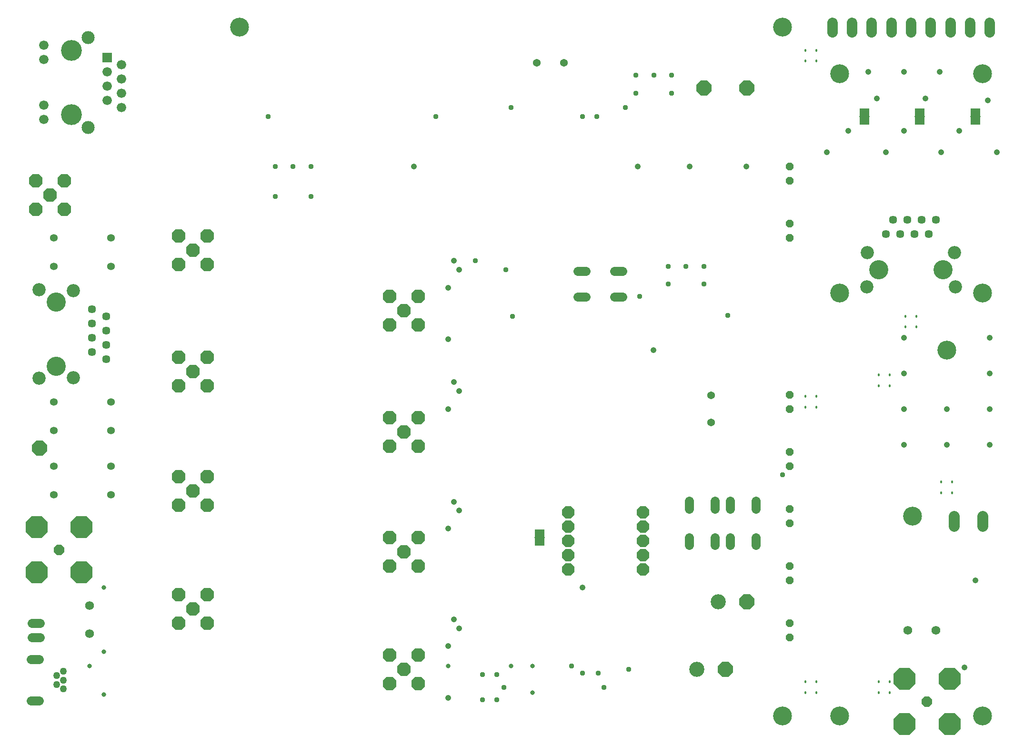
<source format=gbr>
G04 EAGLE Gerber RS-274X export*
G75*
%MOMM*%
%FSLAX34Y34*%
%LPD*%
%INSoldermask Bottom*%
%IPPOS*%
%AMOC8*
5,1,8,0,0,1.08239X$1,22.5*%
G01*
%ADD10C,3.352400*%
%ADD11C,0.457200*%
%ADD12C,1.358800*%
%ADD13C,2.336800*%
%ADD14C,1.447800*%
%ADD15C,3.403600*%
%ADD16P,2.011947X8X22.500000*%
%ADD17P,4.288862X8X22.500000*%
%ADD18P,2.639300X8X22.500000*%
%ADD19C,1.676400*%
%ADD20C,2.311400*%
%ADD21R,1.676400X1.676400*%
%ADD22C,3.708400*%
%ADD23C,1.371600*%
%ADD24P,2.914227X8X202.500000*%
%ADD25C,1.574800*%
%ADD26C,1.258800*%
%ADD27P,1.484606X8X292.500000*%
%ADD28P,2.364373X8X292.500000*%
%ADD29P,2.011947X8X292.500000*%
%ADD30P,4.288862X8X292.500000*%
%ADD31C,1.955800*%
%ADD32C,1.852400*%
%ADD33R,1.752600X1.320800*%
%ADD34R,1.828800X0.152400*%
%ADD35C,2.692400*%
%ADD36P,2.914227X8X22.500000*%
%ADD37C,1.574800*%
%ADD38C,0.957200*%
%ADD39C,0.807200*%
%ADD40C,1.057200*%
%ADD41C,1.066800*%


D10*
X1346200Y1263650D03*
X1346200Y38100D03*
X381000Y1263650D03*
X1577975Y393700D03*
X1701800Y38100D03*
X1701800Y790575D03*
X1447800Y790575D03*
X1701800Y1181100D03*
X1447800Y1181100D03*
D11*
X1565275Y749300D03*
X1584325Y749300D03*
X1584325Y730250D03*
X1565275Y730250D03*
X1387475Y606425D03*
X1387475Y587375D03*
X1406525Y587375D03*
X1406525Y606425D03*
X1628775Y434975D03*
X1647825Y434975D03*
X1647825Y454025D03*
X1628775Y454025D03*
X1387475Y98425D03*
X1387475Y79375D03*
X1406525Y79375D03*
X1406525Y98425D03*
X1517650Y98425D03*
X1517650Y79375D03*
X1536700Y79375D03*
X1536700Y98425D03*
X1387475Y1222375D03*
X1387475Y1203325D03*
X1406525Y1203325D03*
X1406525Y1222375D03*
D10*
X1638300Y688975D03*
D11*
X1536700Y644525D03*
X1517650Y644525D03*
X1517650Y625475D03*
X1536700Y625475D03*
D10*
X1447800Y38100D03*
D12*
X152400Y889000D03*
X50800Y889000D03*
X152400Y838200D03*
X50800Y838200D03*
X152400Y596900D03*
X50800Y596900D03*
X152400Y546100D03*
X50800Y546100D03*
X152400Y482600D03*
X50800Y482600D03*
X152400Y431800D03*
X50800Y431800D03*
D13*
X25083Y796290D03*
X25083Y638810D03*
D14*
X144463Y698500D03*
X119063Y711200D03*
X144463Y723900D03*
X119063Y736600D03*
X144463Y749300D03*
X119063Y762000D03*
X119063Y685800D03*
X144463Y673100D03*
D15*
X55563Y774700D03*
X55563Y660400D03*
D16*
X60325Y333375D03*
D17*
X100410Y373460D03*
X20240Y373460D03*
X20240Y293290D03*
X100410Y293290D03*
D18*
X273050Y841375D03*
X323850Y841375D03*
X298450Y866775D03*
X273050Y892175D03*
X323850Y892175D03*
X273050Y625475D03*
X323850Y625475D03*
X298450Y650875D03*
X273050Y676275D03*
X323850Y676275D03*
X273050Y412750D03*
X323850Y412750D03*
X298450Y438150D03*
X273050Y463550D03*
X323850Y463550D03*
X273050Y203200D03*
X323850Y203200D03*
X298450Y228600D03*
X273050Y254000D03*
X323850Y254000D03*
X647700Y733425D03*
X698500Y733425D03*
X673100Y758825D03*
X647700Y784225D03*
X698500Y784225D03*
X647700Y517525D03*
X698500Y517525D03*
X673100Y542925D03*
X647700Y568325D03*
X698500Y568325D03*
X647700Y304800D03*
X698500Y304800D03*
X673100Y330200D03*
X647700Y355600D03*
X698500Y355600D03*
X647700Y95250D03*
X698500Y95250D03*
X673100Y120650D03*
X647700Y146050D03*
X698500Y146050D03*
D19*
X33020Y1231265D03*
X33020Y1205865D03*
X171450Y1120775D03*
X146050Y1133475D03*
X171450Y1171575D03*
X146050Y1158875D03*
X146050Y1184275D03*
X171450Y1146175D03*
D20*
X111760Y1085215D03*
X111760Y1245235D03*
D21*
X146050Y1209675D03*
D19*
X171450Y1196975D03*
X33020Y1099185D03*
X33020Y1124585D03*
D22*
X82550Y1222375D03*
X82550Y1108075D03*
D23*
X909320Y1200150D03*
X957580Y1200150D03*
D18*
X19050Y939800D03*
X69850Y939800D03*
X44450Y965200D03*
X19050Y990600D03*
X69850Y990600D03*
D24*
X1282700Y1155700D03*
X1206500Y1155700D03*
D25*
X24550Y138100D02*
X10326Y138100D01*
X10326Y65100D02*
X24550Y65100D01*
D26*
X55938Y93600D03*
X67938Y101600D03*
X67938Y117600D03*
X67938Y85600D03*
X55938Y109600D03*
D27*
X1358900Y203200D03*
X1358900Y177800D03*
X1358900Y304800D03*
X1358900Y279400D03*
X1358900Y406400D03*
X1358900Y381000D03*
X1358900Y508000D03*
X1358900Y482600D03*
X1358900Y609600D03*
X1358900Y584200D03*
D23*
X1219200Y560070D03*
X1219200Y608330D03*
D25*
X1253744Y355600D02*
X1253744Y341376D01*
X1298956Y341376D02*
X1298956Y355600D01*
X1253744Y406400D02*
X1253744Y420624D01*
X1298956Y420624D02*
X1298956Y406400D01*
D27*
X1358900Y914400D03*
X1358900Y889000D03*
X1358900Y1016000D03*
X1358900Y990600D03*
D28*
X1098550Y374650D03*
X1098550Y400050D03*
X1098550Y349250D03*
X1098550Y323850D03*
X1098550Y298450D03*
D25*
X1061974Y783844D02*
X1047750Y783844D01*
X1047750Y829056D02*
X1061974Y829056D01*
X996950Y783844D02*
X982726Y783844D01*
X982726Y829056D02*
X996950Y829056D01*
X1225931Y420624D02*
X1225931Y406400D01*
X1180719Y406400D02*
X1180719Y420624D01*
X1225931Y355600D02*
X1225931Y341376D01*
X1180719Y341376D02*
X1180719Y355600D01*
D29*
X1603375Y63500D03*
D30*
X1643460Y23415D03*
X1643460Y103585D03*
X1563290Y103585D03*
X1563290Y23415D03*
D31*
X1651000Y375158D02*
X1651000Y393192D01*
X1701800Y393192D02*
X1701800Y375158D01*
D13*
X1496060Y801370D03*
X1653540Y801370D03*
D14*
X1593850Y920750D03*
X1581150Y895350D03*
X1568450Y920750D03*
X1555750Y895350D03*
X1543050Y920750D03*
X1530350Y895350D03*
X1606550Y895350D03*
X1619250Y920750D03*
D15*
X1517650Y831850D03*
X1631950Y831850D03*
D32*
X1435075Y1254150D02*
X1435075Y1271150D01*
X1470075Y1271150D02*
X1470075Y1254150D01*
X1505075Y1254150D02*
X1505075Y1271150D01*
X1540075Y1271150D02*
X1540075Y1254150D01*
X1575075Y1254150D02*
X1575075Y1271150D01*
X1610075Y1271150D02*
X1610075Y1254150D01*
X1645075Y1254150D02*
X1645075Y1271150D01*
X1680075Y1271150D02*
X1680075Y1254150D01*
X1715075Y1254150D02*
X1715075Y1271150D01*
D33*
X1590675Y1097280D03*
X1590675Y1112520D03*
D34*
X1590675Y1104900D03*
D33*
X1492250Y1097280D03*
X1492250Y1112520D03*
D34*
X1492250Y1104900D03*
D33*
X1689100Y1097280D03*
X1689100Y1112520D03*
D34*
X1689100Y1104900D03*
D28*
X965200Y374650D03*
X965200Y400050D03*
X965200Y349250D03*
X965200Y323850D03*
X965200Y298450D03*
D25*
X26162Y203200D02*
X11938Y203200D01*
X11938Y177800D02*
X26162Y177800D01*
D33*
X914400Y347980D03*
X914400Y363220D03*
D34*
X914400Y355600D03*
D35*
X1231900Y241300D03*
D36*
X1282700Y241300D03*
D35*
X1193800Y120650D03*
D36*
X1244600Y120650D03*
D37*
X114300Y184550D03*
X114300Y234550D03*
X1618850Y190500D03*
X1568850Y190500D03*
D38*
X1206500Y806450D03*
X1143000Y806450D03*
X1206500Y838200D03*
X1143000Y838200D03*
X1174750Y838200D03*
X812800Y111125D03*
X850900Y88900D03*
X838200Y111125D03*
X990600Y114300D03*
X971550Y127000D03*
X1073150Y120650D03*
X1019175Y114300D03*
D36*
X25400Y514350D03*
D38*
X476250Y1016000D03*
X1117600Y1177925D03*
X1149350Y1177925D03*
X1085850Y1177925D03*
X1149350Y1146175D03*
X1085850Y1146175D03*
X508000Y1016000D03*
X444500Y1016000D03*
X444500Y962025D03*
X508000Y962025D03*
X1028700Y88900D03*
X838200Y66675D03*
X812800Y66675D03*
X1092200Y784225D03*
D13*
X86043Y795020D03*
X86043Y640080D03*
D39*
X139700Y76200D03*
X139700Y266700D03*
X139700Y152400D03*
D40*
X762000Y847725D03*
X762000Y209550D03*
X762000Y419100D03*
X762000Y631825D03*
D38*
X800100Y847725D03*
D40*
X990600Y266700D03*
X1181100Y1016000D03*
X1282400Y1016000D03*
X691575Y1016000D03*
X1089025Y1016000D03*
X752475Y584200D03*
X752475Y161925D03*
X752475Y371475D03*
X752475Y800100D03*
X752475Y708025D03*
X752475Y69850D03*
D39*
X114300Y127000D03*
X752475Y127000D03*
X863600Y127025D03*
X901700Y127000D03*
X901700Y79400D03*
D38*
X1346200Y466725D03*
X866775Y749300D03*
X1248800Y750325D03*
D40*
X771525Y403225D03*
X771525Y615950D03*
X771525Y831850D03*
X771525Y193675D03*
D38*
X854435Y831850D03*
D41*
X1116800Y688975D03*
D40*
X1562100Y711200D03*
X1562100Y647700D03*
X1562100Y584200D03*
X1562100Y520700D03*
X1638300Y520700D03*
X1638300Y584200D03*
X1714500Y711200D03*
X1714500Y647700D03*
X1714500Y584200D03*
X1714500Y520700D03*
D13*
X1497013Y862330D03*
X1652270Y862648D03*
D41*
X1514475Y1136650D03*
X1600200Y1136650D03*
X1711325Y1133475D03*
X1660525Y1079500D03*
X1562100Y1079500D03*
X1463675Y1079500D03*
X1727200Y1041400D03*
X1628775Y1041400D03*
X1530350Y1041400D03*
X1425575Y1041400D03*
X1498600Y1184275D03*
X1562100Y1184275D03*
X1625600Y1184275D03*
X1689100Y279375D03*
X1670050Y123825D03*
D38*
X990600Y1104900D03*
X431800Y1104900D03*
X730250Y1104900D03*
X1066800Y1120775D03*
X863600Y1120775D03*
X1016000Y1104900D03*
M02*

</source>
